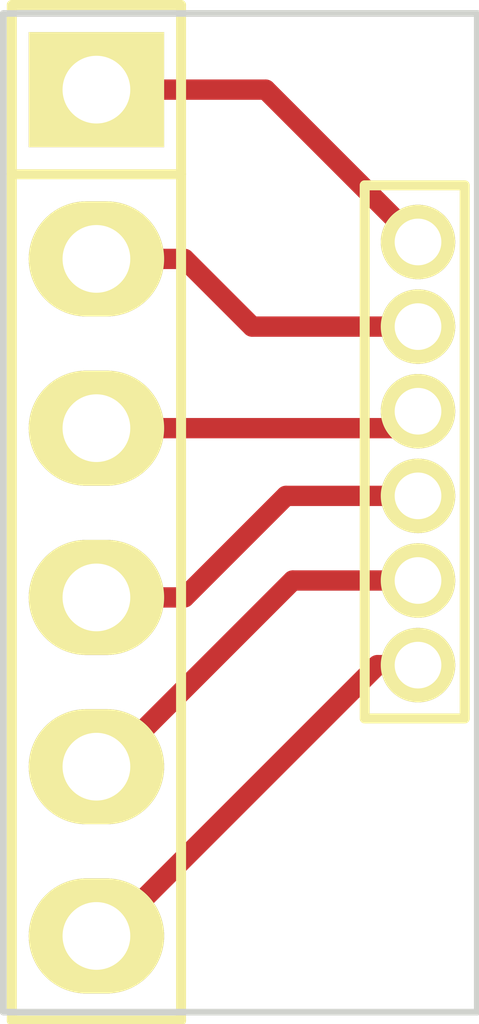
<source format=kicad_pcb>
(kicad_pcb (version 4) (host pcbnew "(2014-12-04 BZR 5312)-product")

  (general
    (links 6)
    (no_connects 0)
    (area 133.902667 96.063999 150.871 111.962001)
    (thickness 1.6)
    (drawings 4)
    (tracks 19)
    (zones 0)
    (modules 2)
    (nets 7)
  )

  (page A4)
  (layers
    (0 F.Cu signal)
    (31 B.Cu signal)
    (32 B.Adhes user hide)
    (33 F.Adhes user hide)
    (34 B.Paste user hide)
    (35 F.Paste user hide)
    (36 B.SilkS user)
    (37 F.SilkS user)
    (38 B.Mask user)
    (39 F.Mask user)
    (40 Dwgs.User user hide)
    (41 Cmts.User user hide)
    (42 Eco1.User user hide)
    (43 Eco2.User user hide)
    (44 Edge.Cuts user)
    (45 Margin user hide)
    (46 B.CrtYd user hide)
    (47 F.CrtYd user hide)
    (48 B.Fab user hide)
    (49 F.Fab user hide)
  )

  (setup
    (last_trace_width 0.3048)
    (trace_clearance 0.254)
    (zone_clearance 0.508)
    (zone_45_only no)
    (trace_min 0.254)
    (segment_width 0.2)
    (edge_width 0.1)
    (via_size 0.889)
    (via_drill 0.635)
    (via_min_size 0.889)
    (via_min_drill 0.508)
    (uvia_size 0.508)
    (uvia_drill 0.127)
    (uvias_allowed no)
    (uvia_min_size 0.508)
    (uvia_min_drill 0.127)
    (pcb_text_width 0.3)
    (pcb_text_size 1.5 1.5)
    (mod_edge_width 0.15)
    (mod_text_size 1 1)
    (mod_text_width 0.15)
    (pad_size 1.5 1.5)
    (pad_drill 0.6)
    (pad_to_mask_clearance 0)
    (aux_axis_origin 0 0)
    (visible_elements FFFFFF7F)
    (pcbplotparams
      (layerselection 0x010f0_80000001)
      (usegerberextensions false)
      (excludeedgelayer true)
      (linewidth 0.025400)
      (plotframeref false)
      (viasonmask true)
      (mode 1)
      (useauxorigin false)
      (hpglpennumber 1)
      (hpglpenspeed 20)
      (hpglpendiameter 15)
      (hpglpenoverlay 2)
      (psnegative false)
      (psa4output false)
      (plotreference false)
      (plotvalue false)
      (plotinvisibletext false)
      (padsonsilk false)
      (subtractmaskfromsilk false)
      (outputformat 1)
      (mirror false)
      (drillshape 0)
      (scaleselection 1)
      (outputdirectory C:/KiCad/Projects/connector_reducer/gerber/))
  )

  (net 0 "")
  (net 1 "Net-(C1-Pad1)")
  (net 2 "Net-(C1-Pad2)")
  (net 3 "Net-(C1-Pad3)")
  (net 4 "Net-(C1-Pad4)")
  (net 5 "Net-(C1-Pad5)")
  (net 6 "Net-(C1-Pad6)")

  (net_class Default "This is the default net class."
    (clearance 0.254)
    (trace_width 0.254)
    (via_dia 0.889)
    (via_drill 0.635)
    (uvia_dia 0.508)
    (uvia_drill 0.127)
    (add_net "Net-(C1-Pad1)")
    (add_net "Net-(C1-Pad2)")
    (add_net "Net-(C1-Pad3)")
    (add_net "Net-(C1-Pad4)")
    (add_net "Net-(C1-Pad5)")
    (add_net "Net-(C1-Pad6)")
  )

  (module footprints:6pin_1.27mm (layer F.Cu) (tedit 54B4C8F9) (tstamp 54B4C8E8)
    (at 143.891 106.299 90)
    (path /54B4C6A2)
    (clearance 0.1524)
    (fp_text reference C1 (at 3.2 2 90) (layer F.SilkS) hide
      (effects (font (size 1 1) (thickness 0.15)))
    )
    (fp_text value 6pin_1.27mm (at 3.175 1.651 90) (layer F.SilkS) hide
      (effects (font (size 1 1) (thickness 0.15)))
    )
    (fp_line (start -0.8 -0.8) (end 7.2 -0.8) (layer F.SilkS) (width 0.15))
    (fp_line (start 7.2 -0.8) (end 7.2 0.7) (layer F.SilkS) (width 0.15))
    (fp_line (start 7.2 0.7) (end -0.8 0.7) (layer F.SilkS) (width 0.15))
    (fp_line (start -0.8 0.7) (end -0.8 -0.8) (layer F.SilkS) (width 0.15))
    (pad 1 thru_hole circle (at 0 0 90) (size 1.1176 1.1176) (drill 0.7) (layers *.Cu *.Mask F.SilkS)
      (net 1 "Net-(C1-Pad1)") (clearance 0.1524))
    (pad 2 thru_hole circle (at 1.27 0 90) (size 1.1176 1.1176) (drill 0.7) (layers *.Cu *.Mask F.SilkS)
      (net 2 "Net-(C1-Pad2)") (clearance 0.1524))
    (pad 3 thru_hole circle (at 2.54 0 90) (size 1.1176 1.1176) (drill 0.7) (layers *.Cu *.Mask F.SilkS)
      (net 3 "Net-(C1-Pad3)") (clearance 0.1524))
    (pad 4 thru_hole circle (at 3.81 0 90) (size 1.1176 1.1176) (drill 0.7) (layers *.Cu *.Mask F.SilkS)
      (net 4 "Net-(C1-Pad4)"))
    (pad 5 thru_hole circle (at 5.08 0 90) (size 1.1176 1.1176) (drill 0.7) (layers *.Cu *.Mask F.SilkS)
      (net 5 "Net-(C1-Pad5)"))
    (pad 6 thru_hole circle (at 6.35 0 90) (size 1.1176 1.1176) (drill 0.7) (layers *.Cu *.Mask F.SilkS)
      (net 6 "Net-(C1-Pad6)"))
  )

  (module Socket_Strips:Socket_Strip_Straight_1x06 (layer F.Cu) (tedit 54B4C8FB) (tstamp 54B4C8F2)
    (at 139.065 104.013 90)
    (descr "Through hole socket strip")
    (tags "socket strip")
    (path /54B4C741)
    (fp_text reference P1 (at 0 -2.286 90) (layer F.SilkS) hide
      (effects (font (size 1 1) (thickness 0.15)))
    )
    (fp_text value CONN_01X06 (at 0 0 90) (layer F.SilkS) hide
      (effects (font (size 1 1) (thickness 0.15)))
    )
    (fp_line (start 5.08 -1.27) (end -7.62 -1.27) (layer F.SilkS) (width 0.15))
    (fp_line (start -7.62 -1.27) (end -7.62 1.27) (layer F.SilkS) (width 0.15))
    (fp_line (start -7.62 1.27) (end 5.08 1.27) (layer F.SilkS) (width 0.15))
    (fp_line (start 7.62 -1.27) (end 5.08 -1.27) (layer F.SilkS) (width 0.15))
    (fp_line (start 5.08 -1.27) (end 5.08 1.27) (layer F.SilkS) (width 0.15))
    (fp_line (start 7.62 -1.27) (end 7.62 1.27) (layer F.SilkS) (width 0.15))
    (fp_line (start 7.62 1.27) (end 5.08 1.27) (layer F.SilkS) (width 0.15))
    (pad 1 thru_hole rect (at 6.35 0 270) (size 1.7272 2.032) (drill 1.016) (layers *.Cu *.Mask F.SilkS)
      (net 6 "Net-(C1-Pad6)"))
    (pad 2 thru_hole oval (at 3.81 0 270) (size 1.7272 2.032) (drill 1.016) (layers *.Cu *.Mask F.SilkS)
      (net 5 "Net-(C1-Pad5)"))
    (pad 3 thru_hole oval (at 1.27 0 270) (size 1.7272 2.032) (drill 1.016) (layers *.Cu *.Mask F.SilkS)
      (net 4 "Net-(C1-Pad4)"))
    (pad 4 thru_hole oval (at -1.27 0 270) (size 1.7272 2.032) (drill 1.016) (layers *.Cu *.Mask F.SilkS)
      (net 3 "Net-(C1-Pad3)"))
    (pad 5 thru_hole oval (at -3.81 0 270) (size 1.7272 2.032) (drill 1.016) (layers *.Cu *.Mask F.SilkS)
      (net 2 "Net-(C1-Pad2)"))
    (pad 6 thru_hole oval (at -6.35 0 270) (size 1.7272 2.032) (drill 1.016) (layers *.Cu *.Mask F.SilkS)
      (net 1 "Net-(C1-Pad1)"))
    (model Socket_Strips/Socket_Strip_Straight_1x06.wrl
      (at (xyz 0 0 0))
      (scale (xyz 1 1 1))
      (rotate (xyz 0 0 0))
    )
  )

  (gr_line (start 144.78 96.52) (end 137.668 96.52) (angle 90) (layer Edge.Cuts) (width 0.1))
  (gr_line (start 144.78 111.506) (end 144.78 96.52) (angle 90) (layer Edge.Cuts) (width 0.1))
  (gr_line (start 137.668 111.506) (end 144.78 111.506) (angle 90) (layer Edge.Cuts) (width 0.1))
  (gr_line (start 137.668 96.52) (end 137.668 111.506) (angle 90) (layer Edge.Cuts) (width 0.1))

  (segment (start 139.065 110.363) (end 139.2174 110.363) (width 0.3048) (layer F.Cu) (net 1))
  (segment (start 139.2174 110.363) (end 143.2814 106.299) (width 0.3048) (layer F.Cu) (net 1))
  (segment (start 143.2814 106.299) (end 143.891 106.299) (width 0.3048) (layer F.Cu) (net 1))
  (segment (start 139.065 107.823) (end 139.2174 107.823) (width 0.3048) (layer F.Cu) (net 2))
  (segment (start 139.2174 107.823) (end 142.0114 105.029) (width 0.3048) (layer F.Cu) (net 2))
  (segment (start 142.0114 105.029) (end 143.100738 105.029) (width 0.3048) (layer F.Cu) (net 2))
  (segment (start 143.100738 105.029) (end 143.891 105.029) (width 0.3048) (layer F.Cu) (net 2))
  (segment (start 139.065 105.283) (end 140.3858 105.283) (width 0.3048) (layer F.Cu) (net 3))
  (segment (start 140.3858 105.283) (end 141.9098 103.759) (width 0.3048) (layer F.Cu) (net 3))
  (segment (start 141.9098 103.759) (end 143.100738 103.759) (width 0.3048) (layer F.Cu) (net 3))
  (segment (start 143.100738 103.759) (end 143.891 103.759) (width 0.3048) (layer F.Cu) (net 3))
  (segment (start 139.065 102.743) (end 143.637 102.743) (width 0.3048) (layer F.Cu) (net 4))
  (segment (start 143.637 102.743) (end 143.891 102.489) (width 0.3048) (layer F.Cu) (net 4))
  (segment (start 139.065 100.203) (end 140.3858 100.203) (width 0.3048) (layer F.Cu) (net 5))
  (segment (start 140.3858 100.203) (end 141.4018 101.219) (width 0.3048) (layer F.Cu) (net 5))
  (segment (start 141.4018 101.219) (end 143.100738 101.219) (width 0.3048) (layer F.Cu) (net 5))
  (segment (start 143.100738 101.219) (end 143.891 101.219) (width 0.3048) (layer F.Cu) (net 5))
  (segment (start 139.065 97.663) (end 141.605 97.663) (width 0.3048) (layer F.Cu) (net 6))
  (segment (start 141.605 97.663) (end 143.891 99.949) (width 0.3048) (layer F.Cu) (net 6))

)

</source>
